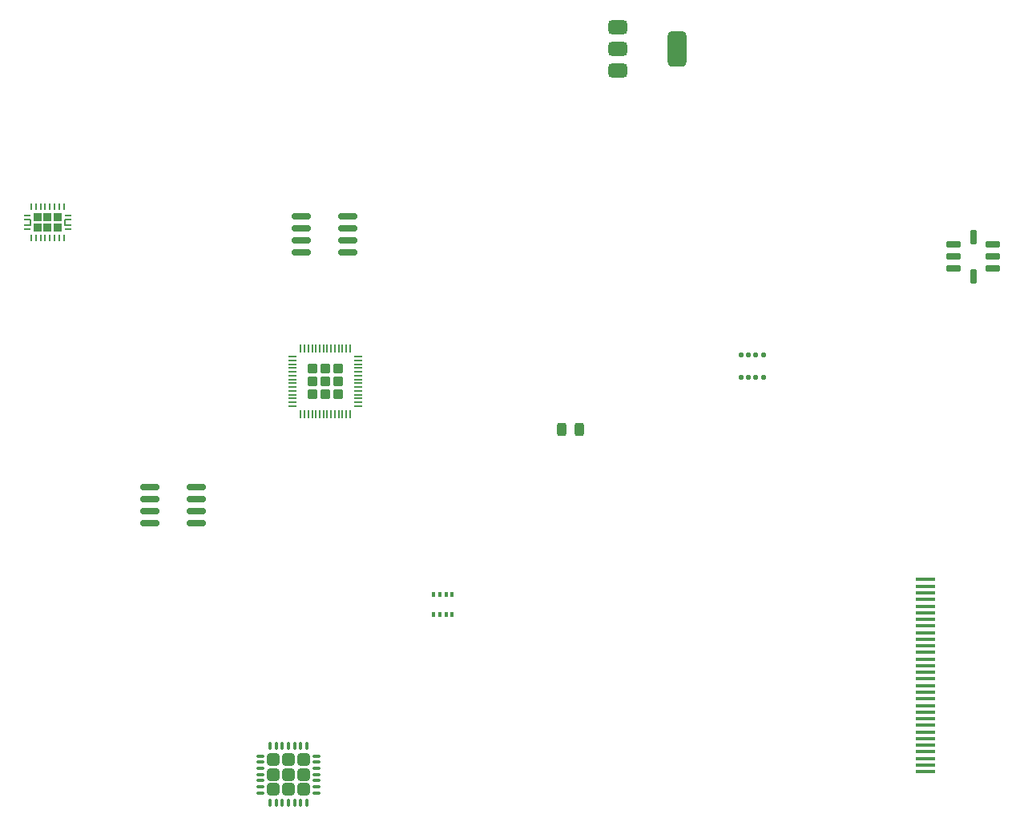
<source format=gbr>
%TF.GenerationSoftware,KiCad,Pcbnew,9.0.0*%
%TF.CreationDate,2025-04-03T13:22:32+05:30*%
%TF.ProjectId,Air Quality Monitor,41697220-5175-4616-9c69-7479204d6f6e,rev?*%
%TF.SameCoordinates,Original*%
%TF.FileFunction,Paste,Top*%
%TF.FilePolarity,Positive*%
%FSLAX46Y46*%
G04 Gerber Fmt 4.6, Leading zero omitted, Abs format (unit mm)*
G04 Created by KiCad (PCBNEW 9.0.0) date 2025-04-03 13:22:32*
%MOMM*%
%LPD*%
G01*
G04 APERTURE LIST*
G04 Aperture macros list*
%AMRoundRect*
0 Rectangle with rounded corners*
0 $1 Rounding radius*
0 $2 $3 $4 $5 $6 $7 $8 $9 X,Y pos of 4 corners*
0 Add a 4 corners polygon primitive as box body*
4,1,4,$2,$3,$4,$5,$6,$7,$8,$9,$2,$3,0*
0 Add four circle primitives for the rounded corners*
1,1,$1+$1,$2,$3*
1,1,$1+$1,$4,$5*
1,1,$1+$1,$6,$7*
1,1,$1+$1,$8,$9*
0 Add four rect primitives between the rounded corners*
20,1,$1+$1,$2,$3,$4,$5,0*
20,1,$1+$1,$4,$5,$6,$7,0*
20,1,$1+$1,$6,$7,$8,$9,0*
20,1,$1+$1,$8,$9,$2,$3,0*%
G04 Aperture macros list end*
%ADD10RoundRect,0.150000X-0.825000X-0.150000X0.825000X-0.150000X0.825000X0.150000X-0.825000X0.150000X0*%
%ADD11RoundRect,0.162500X-0.637500X-0.162500X0.637500X-0.162500X0.637500X0.162500X-0.637500X0.162500X0*%
%ADD12RoundRect,0.162500X-0.162500X-0.637500X0.162500X-0.637500X0.162500X0.637500X-0.162500X0.637500X0*%
%ADD13R,0.850000X0.920000*%
%ADD14R,0.250000X0.750000*%
%ADD15RoundRect,0.050400X0.249600X-0.069600X0.249600X0.069600X-0.249600X0.069600X-0.249600X-0.069600X0*%
%ADD16RoundRect,0.050400X0.069600X-0.249600X0.069600X0.249600X-0.069600X0.249600X-0.069600X-0.249600X0*%
%ADD17RoundRect,0.050000X0.250000X-0.050000X0.250000X0.050000X-0.250000X0.050000X-0.250000X-0.050000X0*%
%ADD18R,0.350000X0.500000*%
%ADD19RoundRect,0.249999X-0.395001X0.395001X-0.395001X-0.395001X0.395001X-0.395001X0.395001X0.395001X0*%
%ADD20RoundRect,0.075000X-0.075000X0.312500X-0.075000X-0.312500X0.075000X-0.312500X0.075000X0.312500X0*%
%ADD21RoundRect,0.075000X-0.312500X0.075000X-0.312500X-0.075000X0.312500X-0.075000X0.312500X0.075000X0*%
%ADD22RoundRect,0.125000X-0.125000X-0.137500X0.125000X-0.137500X0.125000X0.137500X-0.125000X0.137500X0*%
%ADD23RoundRect,0.250000X-0.285000X-0.285000X0.285000X-0.285000X0.285000X0.285000X-0.285000X0.285000X0*%
%ADD24RoundRect,0.050000X-0.350000X-0.050000X0.350000X-0.050000X0.350000X0.050000X-0.350000X0.050000X0*%
%ADD25RoundRect,0.050000X-0.050000X-0.350000X0.050000X-0.350000X0.050000X0.350000X-0.050000X0.350000X0*%
%ADD26RoundRect,0.375000X-0.625000X-0.375000X0.625000X-0.375000X0.625000X0.375000X-0.625000X0.375000X0*%
%ADD27RoundRect,0.500000X-0.500000X-1.400000X0.500000X-1.400000X0.500000X1.400000X-0.500000X1.400000X0*%
%ADD28RoundRect,0.243750X-0.243750X-0.456250X0.243750X-0.456250X0.243750X0.456250X-0.243750X0.456250X0*%
%ADD29R,2.000000X0.400000*%
G04 APERTURE END LIST*
D10*
%TO.C,U8*%
X136550000Y-81000000D03*
X136550000Y-82270000D03*
X136550000Y-83540000D03*
X136550000Y-84810000D03*
X141500000Y-84810000D03*
X141500000Y-83540000D03*
X141500000Y-82270000D03*
X141500000Y-81000000D03*
%TD*%
D11*
%TO.C,U3*%
X205500000Y-84000000D03*
X205500000Y-85270000D03*
X205500000Y-86540000D03*
D12*
X207550000Y-87320000D03*
D11*
X209600000Y-86540000D03*
X209600000Y-85270000D03*
X209600000Y-84000000D03*
D12*
X207550000Y-83220000D03*
%TD*%
D13*
%TO.C,U7*%
X108700000Y-82210000D03*
X109750000Y-82210000D03*
X110800000Y-82210000D03*
D14*
X107950000Y-81650000D03*
X111550000Y-81650000D03*
D13*
X108700000Y-81090000D03*
X109750000Y-81090000D03*
X110800000Y-81090000D03*
D15*
X107600000Y-82400000D03*
D16*
X108000000Y-83300000D03*
X108500000Y-83300000D03*
X109000000Y-83300000D03*
X109500000Y-83300000D03*
X110000000Y-83300000D03*
X110500000Y-83300000D03*
X111000000Y-83300000D03*
X111500000Y-83300000D03*
D15*
X111900000Y-82400000D03*
X111900000Y-80900000D03*
D16*
X111500000Y-80000000D03*
X111000000Y-80000000D03*
X110500000Y-80000000D03*
X110000000Y-80000000D03*
X109500000Y-80000000D03*
X109000000Y-80000000D03*
X108500000Y-80000000D03*
X108000000Y-80000000D03*
D15*
X107600000Y-80900000D03*
D17*
X107600000Y-81925000D03*
X111900000Y-81925000D03*
X107600000Y-81375000D03*
X111900000Y-81375000D03*
%TD*%
D18*
%TO.C,U5*%
X150550000Y-121000000D03*
X151200000Y-121000000D03*
X151850000Y-121000000D03*
X152500000Y-121000000D03*
X152500000Y-123050000D03*
X151850000Y-123050000D03*
X151200000Y-123050000D03*
X150550000Y-123050000D03*
%TD*%
D19*
%TO.C,U2*%
X136800000Y-138387500D03*
X135200000Y-138387500D03*
X133600000Y-138387500D03*
X136800000Y-139987500D03*
X135200000Y-139987500D03*
X133600000Y-139987500D03*
X136800000Y-141587500D03*
X135200000Y-141587500D03*
X133600000Y-141587500D03*
D20*
X137150000Y-137000000D03*
X136500000Y-137000000D03*
X135850000Y-137000000D03*
X135200000Y-137000000D03*
X134550000Y-137000000D03*
X133900000Y-137000000D03*
X133250000Y-137000000D03*
D21*
X132212500Y-138037500D03*
X132212500Y-138687500D03*
X132212500Y-139337500D03*
X132212500Y-139987500D03*
X132212500Y-140637500D03*
X132212500Y-141287500D03*
X132212500Y-141937500D03*
D20*
X133250000Y-142975000D03*
X133900000Y-142975000D03*
X134550000Y-142975000D03*
X135200000Y-142975000D03*
X135850000Y-142975000D03*
X136500000Y-142975000D03*
X137150000Y-142975000D03*
D21*
X138187500Y-141937500D03*
X138187500Y-141287500D03*
X138187500Y-140637500D03*
X138187500Y-139987500D03*
X138187500Y-139337500D03*
X138187500Y-138687500D03*
X138187500Y-138037500D03*
%TD*%
D22*
%TO.C,U9*%
X183000000Y-95625000D03*
X183800000Y-95625000D03*
X184600000Y-95625000D03*
X185400000Y-95625000D03*
X185400000Y-98000000D03*
X184600000Y-98000000D03*
X183800000Y-98000000D03*
X183000000Y-98000000D03*
%TD*%
D23*
%TO.C,U1*%
X137770000Y-97120000D03*
X137770000Y-98450000D03*
X137770000Y-99780000D03*
X139100000Y-97120000D03*
X139100000Y-98450000D03*
X139100000Y-99780000D03*
X140430000Y-97120000D03*
X140430000Y-98450000D03*
X140430000Y-99780000D03*
D24*
X135650000Y-95850000D03*
X135650000Y-96250000D03*
X135650000Y-96650000D03*
X135650000Y-97050000D03*
X135650000Y-97450000D03*
X135650000Y-97850000D03*
X135650000Y-98250000D03*
X135650000Y-98650000D03*
X135650000Y-99050000D03*
X135650000Y-99450000D03*
X135650000Y-99850000D03*
X135650000Y-100250000D03*
X135650000Y-100650000D03*
X135650000Y-101050000D03*
D25*
X136500000Y-101900000D03*
X136900000Y-101900000D03*
X137300000Y-101900000D03*
X137700000Y-101900000D03*
X138100000Y-101900000D03*
X138500000Y-101900000D03*
X138900000Y-101900000D03*
X139300000Y-101900000D03*
X139700000Y-101900000D03*
X140100000Y-101900000D03*
X140500000Y-101900000D03*
X140900000Y-101900000D03*
X141300000Y-101900000D03*
X141700000Y-101900000D03*
D24*
X142550000Y-101050000D03*
X142550000Y-100650000D03*
X142550000Y-100250000D03*
X142550000Y-99850000D03*
X142550000Y-99450000D03*
X142550000Y-99050000D03*
X142550000Y-98650000D03*
X142550000Y-98250000D03*
X142550000Y-97850000D03*
X142550000Y-97450000D03*
X142550000Y-97050000D03*
X142550000Y-96650000D03*
X142550000Y-96250000D03*
X142550000Y-95850000D03*
D25*
X141700000Y-95000000D03*
X141300000Y-95000000D03*
X140900000Y-95000000D03*
X140500000Y-95000000D03*
X140100000Y-95000000D03*
X139700000Y-95000000D03*
X139300000Y-95000000D03*
X138900000Y-95000000D03*
X138500000Y-95000000D03*
X138100000Y-95000000D03*
X137700000Y-95000000D03*
X137300000Y-95000000D03*
X136900000Y-95000000D03*
X136500000Y-95000000D03*
%TD*%
D10*
%TO.C,U11*%
X120525000Y-109595000D03*
X120525000Y-110865000D03*
X120525000Y-112135000D03*
X120525000Y-113405000D03*
X125475000Y-113405000D03*
X125475000Y-112135000D03*
X125475000Y-110865000D03*
X125475000Y-109595000D03*
%TD*%
D26*
%TO.C,U4*%
X170000000Y-61000000D03*
X170000000Y-63300000D03*
D27*
X176300000Y-63300000D03*
D26*
X170000000Y-65600000D03*
%TD*%
D28*
%TO.C,D1*%
X164057500Y-103565000D03*
X165932500Y-103565000D03*
%TD*%
D29*
%TO.C,DS1*%
X202500000Y-119400000D03*
X202500000Y-120100000D03*
X202500000Y-120800000D03*
X202500000Y-121500000D03*
X202500000Y-122200000D03*
X202500000Y-122900000D03*
X202500000Y-123600000D03*
X202500000Y-124300000D03*
X202500000Y-125000000D03*
X202500000Y-125700000D03*
X202500000Y-126400000D03*
X202500000Y-127100000D03*
X202500000Y-127800000D03*
X202500000Y-128500000D03*
X202500000Y-129200000D03*
X202500000Y-129900000D03*
X202500000Y-130600000D03*
X202500000Y-131300000D03*
X202500000Y-132000000D03*
X202500000Y-132700000D03*
X202500000Y-133400000D03*
X202500000Y-134100000D03*
X202500000Y-134800000D03*
X202500000Y-135500000D03*
X202500000Y-136200000D03*
X202500000Y-136900000D03*
X202500000Y-137600000D03*
X202500000Y-138300000D03*
X202500000Y-139000000D03*
X202500000Y-139700000D03*
%TD*%
M02*

</source>
